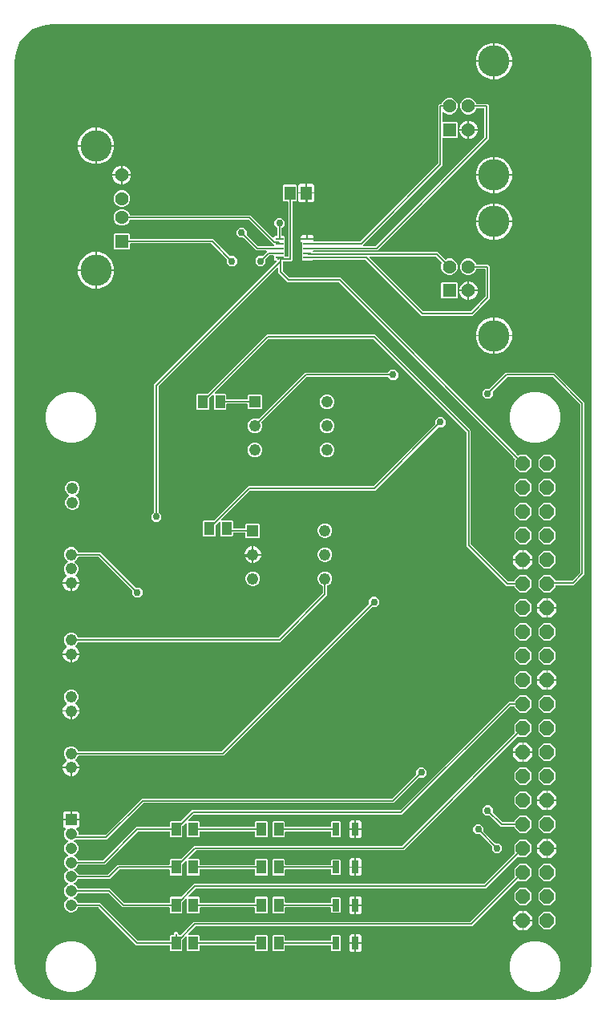
<source format=gbr>
G04 EAGLE Gerber RS-274X export*
G75*
%MOMM*%
%FSLAX34Y34*%
%LPD*%
%INTop Copper*%
%IPPOS*%
%AMOC8*
5,1,8,0,0,1.08239X$1,22.5*%
G01*
G04 Define Apertures*
%ADD10R,1.164600X1.465300*%
%ADD11R,0.761800X1.361800*%
%ADD12P,1.64956X8X292.5*%
%ADD13R,1.241000X1.241000*%
%ADD14C,1.241000*%
%ADD15R,1.031200X1.420200*%
%ADD16R,0.850000X0.280000*%
%ADD17C,3.316000*%
%ADD18C,1.428000*%
%ADD19R,1.428000X1.428000*%
%ADD20C,1.244600*%
%ADD21R,1.208000X1.208000*%
%ADD22C,1.208000*%
%ADD23C,0.152400*%
%ADD24C,0.756400*%
G36*
X580199Y10167D02*
X580100Y10160D01*
X50000Y10160D01*
X49901Y10167D01*
X39786Y11498D01*
X39594Y11550D01*
X30169Y15453D01*
X29997Y15553D01*
X21904Y21763D01*
X21763Y21904D01*
X15553Y29997D01*
X15453Y30169D01*
X11550Y39594D01*
X11498Y39786D01*
X10167Y49901D01*
X10160Y50000D01*
X10160Y1000400D01*
X10167Y1000499D01*
X11498Y1010614D01*
X11550Y1010806D01*
X15453Y1020231D01*
X15553Y1020403D01*
X21763Y1028496D01*
X21904Y1028637D01*
X29997Y1034847D01*
X30169Y1034947D01*
X39594Y1038850D01*
X39786Y1038902D01*
X49901Y1040233D01*
X50000Y1040240D01*
X580100Y1040240D01*
X580199Y1040233D01*
X590314Y1038902D01*
X590506Y1038850D01*
X599931Y1034947D01*
X600103Y1034847D01*
X608196Y1028637D01*
X608337Y1028496D01*
X614547Y1020403D01*
X614647Y1020231D01*
X618550Y1010806D01*
X618602Y1010614D01*
X619933Y1000499D01*
X619940Y1000400D01*
X619940Y50000D01*
X619933Y49901D01*
X618602Y39786D01*
X618550Y39594D01*
X614647Y30169D01*
X614547Y29997D01*
X608337Y21904D01*
X608196Y21763D01*
X600103Y15553D01*
X599931Y15453D01*
X590506Y11550D01*
X590314Y11498D01*
X580199Y10167D01*
G37*
%LPC*%
G36*
X497520Y1001922D02*
X515878Y1001922D01*
X515878Y1020280D01*
X512837Y1020280D01*
X505809Y1017369D01*
X500431Y1011991D01*
X497520Y1004963D01*
X497520Y1001922D01*
G37*
G36*
X517402Y1001922D02*
X535760Y1001922D01*
X535760Y1004963D01*
X532849Y1011991D01*
X527471Y1017369D01*
X520443Y1020280D01*
X517402Y1020280D01*
X517402Y1001922D01*
G37*
G36*
X517402Y982040D02*
X520443Y982040D01*
X527471Y984951D01*
X532849Y990329D01*
X535760Y997357D01*
X535760Y1000398D01*
X517402Y1000398D01*
X517402Y982040D01*
G37*
G36*
X512837Y982040D02*
X515878Y982040D01*
X515878Y1000398D01*
X497520Y1000398D01*
X497520Y997357D01*
X500431Y990329D01*
X505809Y984951D01*
X512837Y982040D01*
G37*
G36*
X440029Y732188D02*
X494180Y732188D01*
X512286Y750294D01*
X512286Y784847D01*
X510947Y786186D01*
X498480Y786186D01*
X498200Y786239D01*
X497946Y786405D01*
X497776Y786656D01*
X496885Y788808D01*
X494448Y791245D01*
X491263Y792564D01*
X487817Y792564D01*
X484632Y791245D01*
X482195Y788808D01*
X480876Y785623D01*
X480876Y782177D01*
X482195Y778992D01*
X484632Y776555D01*
X487817Y775236D01*
X491263Y775236D01*
X494448Y776555D01*
X496885Y778992D01*
X497776Y781144D01*
X497933Y781382D01*
X498183Y781554D01*
X498480Y781614D01*
X506952Y781614D01*
X507227Y781563D01*
X507482Y781399D01*
X507654Y781149D01*
X507714Y780852D01*
X507714Y752503D01*
X507658Y752217D01*
X507491Y751964D01*
X492510Y736983D01*
X492268Y736820D01*
X491971Y736760D01*
X442239Y736760D01*
X441953Y736816D01*
X441700Y736983D01*
X385184Y793499D01*
X385031Y793719D01*
X384961Y794014D01*
X385012Y794313D01*
X385175Y794568D01*
X385425Y794740D01*
X385723Y794800D01*
X455091Y794800D01*
X455377Y794744D01*
X455630Y794577D01*
X461602Y788605D01*
X461762Y788369D01*
X461825Y788072D01*
X461767Y787775D01*
X460876Y785623D01*
X460876Y782177D01*
X462195Y778992D01*
X464632Y776555D01*
X467817Y775236D01*
X471263Y775236D01*
X474448Y776555D01*
X476885Y778992D01*
X478204Y782177D01*
X478204Y785623D01*
X476885Y788808D01*
X474448Y791245D01*
X471263Y792564D01*
X467817Y792564D01*
X465665Y791673D01*
X465386Y791615D01*
X465088Y791671D01*
X464835Y791838D01*
X457301Y799372D01*
X326086Y799372D01*
X325811Y799423D01*
X325556Y799587D01*
X325384Y799837D01*
X325324Y800134D01*
X325324Y800352D01*
X325375Y800627D01*
X325539Y800882D01*
X325789Y801054D01*
X326086Y801114D01*
X393546Y801114D01*
X511252Y918820D01*
X511252Y954407D01*
X509913Y955746D01*
X498480Y955746D01*
X498200Y955799D01*
X497946Y955965D01*
X497776Y956216D01*
X496885Y958368D01*
X494448Y960805D01*
X491263Y962124D01*
X487817Y962124D01*
X484632Y960805D01*
X482195Y958368D01*
X480876Y955183D01*
X480876Y951737D01*
X482195Y948552D01*
X484632Y946115D01*
X487817Y944796D01*
X491263Y944796D01*
X494448Y946115D01*
X496885Y948552D01*
X497776Y950704D01*
X497933Y950942D01*
X498183Y951114D01*
X498480Y951174D01*
X505918Y951174D01*
X506193Y951123D01*
X506448Y950959D01*
X506620Y950709D01*
X506680Y950412D01*
X506680Y921029D01*
X506624Y920743D01*
X506457Y920490D01*
X391876Y805909D01*
X391634Y805746D01*
X391337Y805686D01*
X379031Y805686D01*
X378767Y805733D01*
X378509Y805892D01*
X378334Y806140D01*
X378269Y806436D01*
X378324Y806734D01*
X378492Y806987D01*
X462400Y890895D01*
X462400Y919034D01*
X462451Y919309D01*
X462615Y919564D01*
X462865Y919736D01*
X463162Y919796D01*
X477311Y919796D01*
X478204Y920689D01*
X478204Y936231D01*
X477311Y937124D01*
X463162Y937124D01*
X462887Y937175D01*
X462632Y937339D01*
X462460Y937589D01*
X462400Y937886D01*
X462400Y946508D01*
X462447Y946771D01*
X462606Y947029D01*
X462854Y947204D01*
X463150Y947270D01*
X463448Y947214D01*
X463701Y947046D01*
X464632Y946115D01*
X467817Y944796D01*
X471263Y944796D01*
X474448Y946115D01*
X476885Y948552D01*
X478204Y951737D01*
X478204Y955183D01*
X476885Y958368D01*
X474448Y960805D01*
X471263Y962124D01*
X467817Y962124D01*
X464632Y960805D01*
X462195Y958368D01*
X461304Y956216D01*
X461147Y955978D01*
X460897Y955806D01*
X460600Y955746D01*
X459167Y955746D01*
X457828Y954407D01*
X457828Y893105D01*
X457772Y892819D01*
X457605Y892566D01*
X375948Y810909D01*
X375707Y810746D01*
X375409Y810686D01*
X327102Y810686D01*
X326827Y810737D01*
X326572Y810901D01*
X326400Y811151D01*
X326340Y811448D01*
X326340Y812638D01*
X312760Y812638D01*
X312760Y810948D01*
X313553Y810155D01*
X313716Y809914D01*
X313776Y809616D01*
X313776Y806337D01*
X313864Y806208D01*
X313929Y805912D01*
X313873Y805614D01*
X313776Y805467D01*
X313776Y801337D01*
X313864Y801208D01*
X313929Y800912D01*
X313873Y800614D01*
X313776Y800467D01*
X313776Y796337D01*
X313864Y796208D01*
X313929Y795912D01*
X313873Y795614D01*
X313776Y795467D01*
X313776Y791369D01*
X314669Y790476D01*
X324431Y790476D01*
X324846Y790891D01*
X325088Y791054D01*
X325385Y791114D01*
X380787Y791114D01*
X381073Y791058D01*
X381326Y790891D01*
X440029Y732188D01*
G37*
G36*
X479860Y929222D02*
X488778Y929222D01*
X488778Y938140D01*
X487615Y938140D01*
X484057Y936666D01*
X481334Y933943D01*
X479860Y930385D01*
X479860Y929222D01*
G37*
G36*
X490302Y929222D02*
X499220Y929222D01*
X499220Y930385D01*
X497746Y933943D01*
X495023Y936666D01*
X491465Y938140D01*
X490302Y938140D01*
X490302Y929222D01*
G37*
G36*
X77240Y912422D02*
X95598Y912422D01*
X95598Y930780D01*
X92557Y930780D01*
X85529Y927869D01*
X80151Y922491D01*
X77240Y915463D01*
X77240Y912422D01*
G37*
G36*
X97122Y912422D02*
X115480Y912422D01*
X115480Y915463D01*
X112569Y922491D01*
X107191Y927869D01*
X100163Y930780D01*
X97122Y930780D01*
X97122Y912422D01*
G37*
G36*
X487615Y918780D02*
X488778Y918780D01*
X488778Y927698D01*
X479860Y927698D01*
X479860Y926535D01*
X481334Y922977D01*
X484057Y920254D01*
X487615Y918780D01*
G37*
G36*
X490302Y918780D02*
X491465Y918780D01*
X495023Y920254D01*
X497746Y922977D01*
X499220Y926535D01*
X499220Y927698D01*
X490302Y927698D01*
X490302Y918780D01*
G37*
G36*
X92557Y892540D02*
X95598Y892540D01*
X95598Y910898D01*
X77240Y910898D01*
X77240Y907857D01*
X80151Y900829D01*
X85529Y895451D01*
X92557Y892540D01*
G37*
G36*
X97122Y892540D02*
X100163Y892540D01*
X107191Y895451D01*
X112569Y900829D01*
X115480Y907857D01*
X115480Y910898D01*
X97122Y910898D01*
X97122Y892540D01*
G37*
G36*
X517402Y881522D02*
X535760Y881522D01*
X535760Y884563D01*
X532849Y891591D01*
X527471Y896969D01*
X520443Y899880D01*
X517402Y899880D01*
X517402Y881522D01*
G37*
G36*
X497520Y881522D02*
X515878Y881522D01*
X515878Y899880D01*
X512837Y899880D01*
X505809Y896969D01*
X500431Y891591D01*
X497520Y884563D01*
X497520Y881522D01*
G37*
G36*
X124222Y881722D02*
X133140Y881722D01*
X133140Y882885D01*
X131666Y886443D01*
X128943Y889166D01*
X125385Y890640D01*
X124222Y890640D01*
X124222Y881722D01*
G37*
G36*
X113780Y881722D02*
X122698Y881722D01*
X122698Y890640D01*
X121535Y890640D01*
X117977Y889166D01*
X115254Y886443D01*
X113780Y882885D01*
X113780Y881722D01*
G37*
G36*
X124222Y871280D02*
X125385Y871280D01*
X128943Y872754D01*
X131666Y875477D01*
X133140Y879035D01*
X133140Y880198D01*
X124222Y880198D01*
X124222Y871280D01*
G37*
G36*
X121535Y871280D02*
X122698Y871280D01*
X122698Y880198D01*
X113780Y880198D01*
X113780Y879035D01*
X115254Y875477D01*
X117977Y872754D01*
X121535Y871280D01*
G37*
G36*
X517402Y861640D02*
X520443Y861640D01*
X527471Y864551D01*
X532849Y869929D01*
X535760Y876957D01*
X535760Y879998D01*
X517402Y879998D01*
X517402Y861640D01*
G37*
G36*
X512837Y861640D02*
X515878Y861640D01*
X515878Y879998D01*
X497520Y879998D01*
X497520Y876957D01*
X500431Y869929D01*
X505809Y864551D01*
X512837Y861640D01*
G37*
G36*
X310191Y862662D02*
X317792Y862662D01*
X317792Y871767D01*
X311679Y871767D01*
X310191Y870279D01*
X310191Y862662D01*
G37*
G36*
X319316Y862662D02*
X326917Y862662D01*
X326917Y870279D01*
X325429Y871767D01*
X319316Y871767D01*
X319316Y862662D01*
G37*
G36*
X157802Y514694D02*
X162198Y514694D01*
X165306Y517802D01*
X165306Y522198D01*
X162509Y524995D01*
X162346Y525236D01*
X162286Y525533D01*
X162286Y657501D01*
X162342Y657787D01*
X162509Y658040D01*
X287649Y783180D01*
X287869Y783333D01*
X288164Y783403D01*
X288463Y783352D01*
X288718Y783189D01*
X288890Y782939D01*
X288950Y782641D01*
X288950Y777817D01*
X299053Y767714D01*
X352337Y767714D01*
X352623Y767658D01*
X352876Y767491D01*
X538679Y581688D01*
X538837Y581458D01*
X538902Y581162D01*
X538846Y580863D01*
X538679Y580611D01*
X538156Y580088D01*
X538156Y572512D01*
X543512Y567156D01*
X551088Y567156D01*
X556444Y572512D01*
X556444Y580088D01*
X551088Y585444D01*
X543512Y585444D01*
X542990Y584921D01*
X542759Y584763D01*
X542463Y584698D01*
X542165Y584754D01*
X541912Y584921D01*
X354547Y772286D01*
X301263Y772286D01*
X300977Y772342D01*
X300724Y772509D01*
X293745Y779488D01*
X293582Y779729D01*
X293522Y780027D01*
X293522Y789166D01*
X293573Y789441D01*
X293737Y789696D01*
X293987Y789868D01*
X294284Y789928D01*
X302533Y789928D01*
X303872Y791267D01*
X303872Y852288D01*
X303923Y852562D01*
X304087Y852818D01*
X304337Y852989D01*
X304634Y853050D01*
X307500Y853050D01*
X308393Y853942D01*
X308393Y869858D01*
X307500Y870751D01*
X294592Y870751D01*
X293699Y869858D01*
X293699Y853942D01*
X294592Y853050D01*
X298538Y853050D01*
X298813Y852998D01*
X299068Y852835D01*
X299240Y852585D01*
X299300Y852288D01*
X299300Y795262D01*
X299249Y794987D01*
X299085Y794732D01*
X298835Y794560D01*
X298538Y794500D01*
X296586Y794500D01*
X296311Y794551D01*
X296056Y794715D01*
X295884Y794965D01*
X295824Y795262D01*
X295824Y795463D01*
X295736Y795592D01*
X295671Y795888D01*
X295727Y796186D01*
X295824Y796333D01*
X295824Y800463D01*
X295736Y800592D01*
X295671Y800888D01*
X295727Y801186D01*
X295824Y801333D01*
X295824Y805463D01*
X295736Y805592D01*
X295671Y805888D01*
X295727Y806186D01*
X295824Y806333D01*
X295824Y810463D01*
X295736Y810592D01*
X295671Y810888D01*
X295727Y811186D01*
X295824Y811333D01*
X295824Y815431D01*
X294931Y816324D01*
X293098Y816324D01*
X292823Y816375D01*
X292568Y816539D01*
X292396Y816789D01*
X292336Y817086D01*
X292336Y824517D01*
X292392Y824803D01*
X292559Y825055D01*
X295306Y827802D01*
X295306Y832198D01*
X292198Y835306D01*
X287802Y835306D01*
X284694Y832198D01*
X284694Y827802D01*
X287541Y824955D01*
X287704Y824714D01*
X287764Y824417D01*
X287764Y817086D01*
X287713Y816811D01*
X287549Y816556D01*
X287299Y816384D01*
X287002Y816324D01*
X285169Y816324D01*
X284276Y815431D01*
X284276Y815364D01*
X284229Y815100D01*
X284070Y814842D01*
X283822Y814667D01*
X283526Y814602D01*
X283228Y814657D01*
X282975Y814825D01*
X259554Y838246D01*
X132400Y838246D01*
X132120Y838299D01*
X131866Y838465D01*
X131696Y838716D01*
X130805Y840868D01*
X128368Y843305D01*
X125183Y844624D01*
X121737Y844624D01*
X118552Y843305D01*
X116115Y840868D01*
X114796Y837683D01*
X114796Y834237D01*
X116115Y831052D01*
X118552Y828615D01*
X121737Y827296D01*
X125183Y827296D01*
X128368Y828615D01*
X130805Y831052D01*
X131696Y833204D01*
X131853Y833442D01*
X132103Y833614D01*
X132400Y833674D01*
X257345Y833674D01*
X257631Y833618D01*
X257883Y833451D01*
X284053Y807281D01*
X284216Y807040D01*
X284276Y806743D01*
X284276Y806448D01*
X284225Y806173D01*
X284061Y805918D01*
X283811Y805746D01*
X283514Y805686D01*
X267863Y805686D01*
X267577Y805742D01*
X267324Y805909D01*
X255529Y817704D01*
X255366Y817945D01*
X255306Y818243D01*
X255306Y822090D01*
X252198Y825198D01*
X247802Y825198D01*
X244694Y822090D01*
X244694Y817694D01*
X247802Y814586D01*
X251865Y814586D01*
X252151Y814530D01*
X252404Y814363D01*
X265653Y801114D01*
X276041Y801114D01*
X276305Y801067D01*
X276563Y800908D01*
X276738Y800660D01*
X276803Y800364D01*
X276748Y800066D01*
X276580Y799813D01*
X272296Y795529D01*
X272055Y795366D01*
X271757Y795306D01*
X267802Y795306D01*
X264694Y792198D01*
X264694Y787802D01*
X267802Y784694D01*
X272198Y784694D01*
X275306Y787802D01*
X275306Y791757D01*
X275362Y792043D01*
X275529Y792296D01*
X279124Y795891D01*
X279365Y796054D01*
X279663Y796114D01*
X283514Y796114D01*
X283789Y796063D01*
X284044Y795899D01*
X284216Y795649D01*
X284276Y795352D01*
X284276Y791369D01*
X285169Y790476D01*
X286639Y790476D01*
X286903Y790429D01*
X287161Y790270D01*
X287336Y790022D01*
X287401Y789726D01*
X287346Y789428D01*
X287178Y789175D01*
X157714Y659711D01*
X157714Y525533D01*
X157658Y525247D01*
X157491Y524995D01*
X154694Y522198D01*
X154694Y517802D01*
X157802Y514694D01*
G37*
G36*
X121737Y847296D02*
X125183Y847296D01*
X128368Y848615D01*
X130805Y851052D01*
X132124Y854237D01*
X132124Y857683D01*
X130805Y860868D01*
X128368Y863305D01*
X125183Y864624D01*
X121737Y864624D01*
X118552Y863305D01*
X116115Y860868D01*
X114796Y857683D01*
X114796Y854237D01*
X116115Y851052D01*
X118552Y848615D01*
X121737Y847296D01*
G37*
G36*
X319316Y852034D02*
X325429Y852034D01*
X326917Y853521D01*
X326917Y861138D01*
X319316Y861138D01*
X319316Y852034D01*
G37*
G36*
X311679Y852034D02*
X317792Y852034D01*
X317792Y861138D01*
X310191Y861138D01*
X310191Y853521D01*
X311679Y852034D01*
G37*
G36*
X517402Y832362D02*
X535760Y832362D01*
X535760Y835403D01*
X532849Y842431D01*
X527471Y847809D01*
X520443Y850720D01*
X517402Y850720D01*
X517402Y832362D01*
G37*
G36*
X497520Y832362D02*
X515878Y832362D01*
X515878Y850720D01*
X512837Y850720D01*
X505809Y847809D01*
X500431Y842431D01*
X497520Y835403D01*
X497520Y832362D01*
G37*
G36*
X512837Y812480D02*
X515878Y812480D01*
X515878Y830838D01*
X497520Y830838D01*
X497520Y827797D01*
X500431Y820769D01*
X505809Y815391D01*
X512837Y812480D01*
G37*
G36*
X517402Y812480D02*
X520443Y812480D01*
X527471Y815391D01*
X532849Y820769D01*
X535760Y827797D01*
X535760Y830838D01*
X517402Y830838D01*
X517402Y812480D01*
G37*
G36*
X237802Y784694D02*
X242198Y784694D01*
X245306Y787802D01*
X245306Y792198D01*
X242198Y795306D01*
X238243Y795306D01*
X237957Y795362D01*
X237704Y795529D01*
X219987Y813246D01*
X132886Y813246D01*
X132611Y813297D01*
X132356Y813461D01*
X132184Y813711D01*
X132124Y814008D01*
X132124Y818731D01*
X131231Y819624D01*
X115689Y819624D01*
X114796Y818731D01*
X114796Y803189D01*
X115689Y802296D01*
X131231Y802296D01*
X132124Y803189D01*
X132124Y807912D01*
X132175Y808187D01*
X132339Y808442D01*
X132589Y808614D01*
X132886Y808674D01*
X217777Y808674D01*
X218063Y808618D01*
X218316Y808451D01*
X234471Y792296D01*
X234634Y792055D01*
X234694Y791757D01*
X234694Y787802D01*
X237802Y784694D01*
G37*
G36*
X320312Y814162D02*
X326340Y814162D01*
X326340Y815852D01*
X324852Y817340D01*
X320312Y817340D01*
X320312Y814162D01*
G37*
G36*
X312760Y814162D02*
X318788Y814162D01*
X318788Y817340D01*
X314248Y817340D01*
X312760Y815852D01*
X312760Y814162D01*
G37*
G36*
X77240Y781022D02*
X95598Y781022D01*
X95598Y799380D01*
X92557Y799380D01*
X85529Y796469D01*
X80151Y791091D01*
X77240Y784063D01*
X77240Y781022D01*
G37*
G36*
X97122Y781022D02*
X115480Y781022D01*
X115480Y784063D01*
X112569Y791091D01*
X107191Y796469D01*
X100163Y799380D01*
X97122Y799380D01*
X97122Y781022D01*
G37*
G36*
X92557Y761140D02*
X95598Y761140D01*
X95598Y779498D01*
X77240Y779498D01*
X77240Y776457D01*
X80151Y769429D01*
X85529Y764051D01*
X92557Y761140D01*
G37*
G36*
X97122Y761140D02*
X100163Y761140D01*
X107191Y764051D01*
X112569Y769429D01*
X115480Y776457D01*
X115480Y779498D01*
X97122Y779498D01*
X97122Y761140D01*
G37*
G36*
X479860Y759662D02*
X488778Y759662D01*
X488778Y768580D01*
X487615Y768580D01*
X484057Y767106D01*
X481334Y764383D01*
X479860Y760825D01*
X479860Y759662D01*
G37*
G36*
X490302Y759662D02*
X499220Y759662D01*
X499220Y760825D01*
X497746Y764383D01*
X495023Y767106D01*
X491465Y768580D01*
X490302Y768580D01*
X490302Y759662D01*
G37*
G36*
X461769Y750236D02*
X477311Y750236D01*
X478204Y751129D01*
X478204Y766671D01*
X477311Y767564D01*
X461769Y767564D01*
X460876Y766671D01*
X460876Y751129D01*
X461769Y750236D01*
G37*
G36*
X490302Y749220D02*
X491465Y749220D01*
X495023Y750694D01*
X497746Y753417D01*
X499220Y756975D01*
X499220Y758138D01*
X490302Y758138D01*
X490302Y749220D01*
G37*
G36*
X487615Y749220D02*
X488778Y749220D01*
X488778Y758138D01*
X479860Y758138D01*
X479860Y756975D01*
X481334Y753417D01*
X484057Y750694D01*
X487615Y749220D01*
G37*
G36*
X497520Y711962D02*
X515878Y711962D01*
X515878Y730320D01*
X512837Y730320D01*
X505809Y727409D01*
X500431Y722031D01*
X497520Y715003D01*
X497520Y711962D01*
G37*
G36*
X517402Y711962D02*
X535760Y711962D01*
X535760Y715003D01*
X532849Y722031D01*
X527471Y727409D01*
X520443Y730320D01*
X517402Y730320D01*
X517402Y711962D01*
G37*
G36*
X543512Y440156D02*
X551088Y440156D01*
X556444Y445512D01*
X556444Y453088D01*
X551088Y458444D01*
X543512Y458444D01*
X538156Y453088D01*
X538156Y452348D01*
X538105Y452073D01*
X537941Y451818D01*
X537691Y451646D01*
X537394Y451586D01*
X531963Y451586D01*
X531677Y451642D01*
X531424Y451809D01*
X492509Y490724D01*
X492346Y490965D01*
X492286Y491263D01*
X492286Y610947D01*
X390947Y712286D01*
X276458Y712286D01*
X214620Y650448D01*
X214379Y650285D01*
X214081Y650225D01*
X203218Y650225D01*
X202325Y649332D01*
X202325Y633868D01*
X203218Y632975D01*
X214792Y632975D01*
X215685Y633868D01*
X215685Y644731D01*
X215741Y645017D01*
X215908Y645270D01*
X219414Y648776D01*
X219634Y648929D01*
X219929Y648999D01*
X220228Y648948D01*
X220483Y648785D01*
X220655Y648535D01*
X220715Y648237D01*
X220715Y633868D01*
X221608Y632975D01*
X233182Y632975D01*
X234075Y633868D01*
X234075Y638552D01*
X234126Y638827D01*
X234290Y639082D01*
X234540Y639254D01*
X234837Y639314D01*
X255709Y639314D01*
X255984Y639263D01*
X256239Y639099D01*
X256411Y638849D01*
X256471Y638552D01*
X256471Y634764D01*
X257364Y633871D01*
X271036Y633871D01*
X271929Y634764D01*
X271929Y648436D01*
X271036Y649329D01*
X257364Y649329D01*
X256471Y648436D01*
X256471Y644648D01*
X256420Y644373D01*
X256256Y644118D01*
X256006Y643946D01*
X255709Y643886D01*
X234837Y643886D01*
X234562Y643937D01*
X234307Y644101D01*
X234135Y644351D01*
X234075Y644648D01*
X234075Y649332D01*
X233182Y650225D01*
X222703Y650225D01*
X222439Y650272D01*
X222181Y650431D01*
X222006Y650679D01*
X221941Y650975D01*
X221996Y651273D01*
X222164Y651526D01*
X278129Y707491D01*
X278370Y707654D01*
X278668Y707714D01*
X388737Y707714D01*
X389023Y707658D01*
X389276Y707491D01*
X487491Y609276D01*
X487654Y609035D01*
X487714Y608737D01*
X487714Y489053D01*
X529753Y447014D01*
X537394Y447014D01*
X537669Y446963D01*
X537924Y446799D01*
X538096Y446549D01*
X538156Y446252D01*
X538156Y445512D01*
X543512Y440156D01*
G37*
G36*
X517402Y692080D02*
X520443Y692080D01*
X527471Y694991D01*
X532849Y700369D01*
X535760Y707397D01*
X535760Y710438D01*
X517402Y710438D01*
X517402Y692080D01*
G37*
G36*
X512837Y692080D02*
X515878Y692080D01*
X515878Y710438D01*
X497520Y710438D01*
X497520Y707397D01*
X500431Y700369D01*
X505809Y694991D01*
X512837Y692080D01*
G37*
G36*
X262663Y608471D02*
X265737Y608471D01*
X268578Y609648D01*
X270752Y611822D01*
X271929Y614663D01*
X271929Y617737D01*
X271257Y619359D01*
X271199Y619639D01*
X271255Y619937D01*
X271422Y620190D01*
X318724Y667491D01*
X318965Y667654D01*
X319263Y667714D01*
X404467Y667714D01*
X404753Y667658D01*
X405005Y667491D01*
X407802Y664694D01*
X412198Y664694D01*
X415306Y667802D01*
X415306Y672198D01*
X412198Y675306D01*
X407802Y675306D01*
X405005Y672509D01*
X404764Y672346D01*
X404467Y672286D01*
X317053Y672286D01*
X268190Y623422D01*
X267954Y623262D01*
X267657Y623199D01*
X267359Y623257D01*
X265737Y623929D01*
X262663Y623929D01*
X259822Y622752D01*
X257648Y620578D01*
X256471Y617737D01*
X256471Y614663D01*
X257648Y611822D01*
X259822Y609648D01*
X262663Y608471D01*
G37*
G36*
X568912Y440156D02*
X576488Y440156D01*
X581844Y445512D01*
X581844Y446952D01*
X581895Y447227D01*
X582059Y447482D01*
X582309Y447654D01*
X582606Y447714D01*
X600947Y447714D01*
X612286Y459053D01*
X612286Y640947D01*
X580947Y672286D01*
X529053Y672286D01*
X512296Y655529D01*
X512055Y655366D01*
X511757Y655306D01*
X507802Y655306D01*
X504694Y652198D01*
X504694Y647802D01*
X507802Y644694D01*
X512198Y644694D01*
X515306Y647802D01*
X515306Y651757D01*
X515362Y652043D01*
X515529Y652296D01*
X530724Y667491D01*
X530965Y667654D01*
X531263Y667714D01*
X578737Y667714D01*
X579023Y667658D01*
X579276Y667491D01*
X607491Y639276D01*
X607654Y639035D01*
X607714Y638737D01*
X607714Y461263D01*
X607658Y460977D01*
X607491Y460724D01*
X599276Y452509D01*
X599035Y452346D01*
X598737Y452286D01*
X582606Y452286D01*
X582331Y452337D01*
X582076Y452501D01*
X581904Y452751D01*
X581844Y453048D01*
X581844Y453088D01*
X576488Y458444D01*
X568912Y458444D01*
X563556Y453088D01*
X563556Y445512D01*
X568912Y440156D01*
G37*
G36*
X66489Y598330D02*
X73511Y598330D01*
X80294Y600148D01*
X86376Y603659D01*
X91341Y608624D01*
X94853Y614706D01*
X96670Y621489D01*
X96670Y628511D01*
X94853Y635294D01*
X91341Y641376D01*
X86376Y646341D01*
X80294Y649853D01*
X73511Y651670D01*
X66489Y651670D01*
X59706Y649853D01*
X53624Y646341D01*
X48659Y641376D01*
X45148Y635294D01*
X43330Y628511D01*
X43330Y621489D01*
X45148Y614706D01*
X48659Y608624D01*
X53624Y603659D01*
X59706Y600148D01*
X66489Y598330D01*
G37*
G36*
X556489Y598330D02*
X563511Y598330D01*
X570294Y600148D01*
X576376Y603659D01*
X581341Y608624D01*
X584853Y614706D01*
X586670Y621489D01*
X586670Y628511D01*
X584853Y635294D01*
X581341Y641376D01*
X576376Y646341D01*
X570294Y649853D01*
X563511Y651670D01*
X556489Y651670D01*
X549706Y649853D01*
X543624Y646341D01*
X538659Y641376D01*
X535148Y635294D01*
X533330Y628511D01*
X533330Y621489D01*
X535148Y614706D01*
X538659Y608624D01*
X543624Y603659D01*
X549706Y600148D01*
X556489Y598330D01*
G37*
G36*
X338863Y633871D02*
X341937Y633871D01*
X344778Y635048D01*
X346952Y637222D01*
X348129Y640063D01*
X348129Y643137D01*
X346952Y645978D01*
X344778Y648152D01*
X341937Y649329D01*
X338863Y649329D01*
X336022Y648152D01*
X333848Y645978D01*
X332671Y643137D01*
X332671Y640063D01*
X333848Y637222D01*
X336022Y635048D01*
X338863Y633871D01*
G37*
G36*
X255064Y497671D02*
X268736Y497671D01*
X269629Y498564D01*
X269629Y512236D01*
X268736Y513129D01*
X255064Y513129D01*
X254171Y512236D01*
X254171Y508448D01*
X254120Y508173D01*
X253956Y507918D01*
X253706Y507746D01*
X253409Y507686D01*
X241637Y507686D01*
X241362Y507737D01*
X241107Y507901D01*
X240935Y508151D01*
X240875Y508448D01*
X240875Y515232D01*
X239982Y516125D01*
X229503Y516125D01*
X229239Y516172D01*
X228981Y516331D01*
X228806Y516579D01*
X228741Y516875D01*
X228796Y517173D01*
X228964Y517426D01*
X259029Y547491D01*
X259270Y547654D01*
X259568Y547714D01*
X390947Y547714D01*
X457704Y614471D01*
X457945Y614634D01*
X458243Y614694D01*
X462198Y614694D01*
X465306Y617802D01*
X465306Y622198D01*
X462198Y625306D01*
X457802Y625306D01*
X454694Y622198D01*
X454694Y618243D01*
X454638Y617957D01*
X454471Y617704D01*
X389276Y552509D01*
X389035Y552346D01*
X388737Y552286D01*
X257358Y552286D01*
X221420Y516348D01*
X221179Y516185D01*
X220881Y516125D01*
X210018Y516125D01*
X209125Y515232D01*
X209125Y499768D01*
X210018Y498875D01*
X221592Y498875D01*
X222485Y499768D01*
X222485Y510631D01*
X222541Y510917D01*
X222708Y511170D01*
X226214Y514676D01*
X226434Y514829D01*
X226729Y514899D01*
X227028Y514848D01*
X227283Y514685D01*
X227455Y514435D01*
X227515Y514137D01*
X227515Y499768D01*
X228408Y498875D01*
X239982Y498875D01*
X240875Y499768D01*
X240875Y502352D01*
X240926Y502627D01*
X241090Y502882D01*
X241340Y503054D01*
X241637Y503114D01*
X253409Y503114D01*
X253684Y503063D01*
X253939Y502899D01*
X254111Y502649D01*
X254171Y502352D01*
X254171Y498564D01*
X255064Y497671D01*
G37*
G36*
X338863Y608471D02*
X341937Y608471D01*
X344778Y609648D01*
X346952Y611822D01*
X348129Y614663D01*
X348129Y617737D01*
X346952Y620578D01*
X344778Y622752D01*
X341937Y623929D01*
X338863Y623929D01*
X336022Y622752D01*
X333848Y620578D01*
X332671Y617737D01*
X332671Y614663D01*
X333848Y611822D01*
X336022Y609648D01*
X338863Y608471D01*
G37*
G36*
X338863Y583071D02*
X341937Y583071D01*
X344778Y584248D01*
X346952Y586422D01*
X348129Y589263D01*
X348129Y592337D01*
X346952Y595178D01*
X344778Y597352D01*
X341937Y598529D01*
X338863Y598529D01*
X336022Y597352D01*
X333848Y595178D01*
X332671Y592337D01*
X332671Y589263D01*
X333848Y586422D01*
X336022Y584248D01*
X338863Y583071D01*
G37*
G36*
X262663Y583071D02*
X265737Y583071D01*
X268578Y584248D01*
X270752Y586422D01*
X271929Y589263D01*
X271929Y592337D01*
X270752Y595178D01*
X268578Y597352D01*
X265737Y598529D01*
X262663Y598529D01*
X259822Y597352D01*
X257648Y595178D01*
X256471Y592337D01*
X256471Y589263D01*
X257648Y586422D01*
X259822Y584248D01*
X262663Y583071D01*
G37*
G36*
X568912Y567156D02*
X576488Y567156D01*
X581844Y572512D01*
X581844Y580088D01*
X576488Y585444D01*
X568912Y585444D01*
X563556Y580088D01*
X563556Y572512D01*
X568912Y567156D01*
G37*
G36*
X543512Y541756D02*
X551088Y541756D01*
X556444Y547112D01*
X556444Y554688D01*
X551088Y560044D01*
X543512Y560044D01*
X538156Y554688D01*
X538156Y547112D01*
X543512Y541756D01*
G37*
G36*
X568912Y541756D02*
X576488Y541756D01*
X581844Y547112D01*
X581844Y554688D01*
X576488Y560044D01*
X568912Y560044D01*
X563556Y554688D01*
X563556Y547112D01*
X568912Y541756D01*
G37*
G36*
X69842Y527253D02*
X72924Y527253D01*
X75771Y528432D01*
X77951Y530612D01*
X79130Y533459D01*
X79130Y536541D01*
X77951Y539388D01*
X75771Y541568D01*
X75220Y541796D01*
X74995Y541940D01*
X74817Y542186D01*
X74750Y542482D01*
X74803Y542780D01*
X74968Y543035D01*
X75220Y543204D01*
X75771Y543432D01*
X77951Y545612D01*
X79130Y548459D01*
X79130Y551541D01*
X77951Y554388D01*
X75771Y556568D01*
X72924Y557747D01*
X69842Y557747D01*
X66995Y556568D01*
X64815Y554388D01*
X63636Y551541D01*
X63636Y548459D01*
X64815Y545612D01*
X66995Y543432D01*
X67546Y543204D01*
X67771Y543060D01*
X67949Y542814D01*
X68016Y542518D01*
X67963Y542220D01*
X67798Y541966D01*
X67546Y541796D01*
X66995Y541568D01*
X64815Y539388D01*
X63636Y536541D01*
X63636Y533459D01*
X64815Y530612D01*
X66995Y528432D01*
X69842Y527253D01*
G37*
G36*
X543512Y516356D02*
X551088Y516356D01*
X556444Y521712D01*
X556444Y529288D01*
X551088Y534644D01*
X543512Y534644D01*
X538156Y529288D01*
X538156Y521712D01*
X543512Y516356D01*
G37*
G36*
X568912Y516356D02*
X576488Y516356D01*
X581844Y521712D01*
X581844Y529288D01*
X576488Y534644D01*
X568912Y534644D01*
X563556Y529288D01*
X563556Y521712D01*
X568912Y516356D01*
G37*
G36*
X336563Y497671D02*
X339637Y497671D01*
X342478Y498848D01*
X344652Y501022D01*
X345829Y503863D01*
X345829Y506937D01*
X344652Y509778D01*
X342478Y511952D01*
X339637Y513129D01*
X336563Y513129D01*
X333722Y511952D01*
X331548Y509778D01*
X330371Y506937D01*
X330371Y503863D01*
X331548Y501022D01*
X333722Y498848D01*
X336563Y497671D01*
G37*
G36*
X543512Y490956D02*
X551088Y490956D01*
X556444Y496312D01*
X556444Y503888D01*
X551088Y509244D01*
X543512Y509244D01*
X538156Y503888D01*
X538156Y496312D01*
X543512Y490956D01*
G37*
G36*
X568912Y490956D02*
X576488Y490956D01*
X581844Y496312D01*
X581844Y503888D01*
X576488Y509244D01*
X568912Y509244D01*
X563556Y503888D01*
X563556Y496312D01*
X568912Y490956D01*
G37*
G36*
X253155Y480762D02*
X261138Y480762D01*
X261138Y488745D01*
X260161Y488745D01*
X256946Y487414D01*
X254486Y484954D01*
X253155Y481740D01*
X253155Y480762D01*
G37*
G36*
X262662Y480762D02*
X270645Y480762D01*
X270645Y481740D01*
X269314Y484954D01*
X266854Y487414D01*
X263640Y488745D01*
X262662Y488745D01*
X262662Y480762D01*
G37*
G36*
X137802Y434694D02*
X142198Y434694D01*
X145306Y437802D01*
X145306Y442198D01*
X142198Y445306D01*
X138243Y445306D01*
X137957Y445362D01*
X137704Y445529D01*
X100947Y482286D01*
X77948Y482286D01*
X77667Y482339D01*
X77413Y482505D01*
X77244Y482756D01*
X76568Y484388D01*
X74388Y486568D01*
X71541Y487747D01*
X68459Y487747D01*
X65612Y486568D01*
X63432Y484388D01*
X62253Y481541D01*
X62253Y478459D01*
X63432Y475612D01*
X65612Y473432D01*
X66163Y473204D01*
X66388Y473060D01*
X66566Y472814D01*
X66633Y472518D01*
X66580Y472220D01*
X66415Y471966D01*
X66163Y471796D01*
X65612Y471568D01*
X63432Y469388D01*
X62253Y466541D01*
X62253Y463459D01*
X63432Y460612D01*
X65346Y458698D01*
X65502Y458473D01*
X65569Y458177D01*
X65516Y457879D01*
X65351Y457624D01*
X65099Y457455D01*
X65036Y457429D01*
X62571Y454964D01*
X61237Y451743D01*
X61237Y450762D01*
X78763Y450762D01*
X78763Y451743D01*
X77429Y454964D01*
X74964Y457429D01*
X74901Y457455D01*
X74671Y457603D01*
X74496Y457851D01*
X74431Y458147D01*
X74486Y458445D01*
X74654Y458698D01*
X76568Y460612D01*
X77747Y463459D01*
X77747Y466541D01*
X76568Y469388D01*
X74388Y471568D01*
X73837Y471796D01*
X73612Y471940D01*
X73434Y472186D01*
X73367Y472482D01*
X73420Y472780D01*
X73585Y473035D01*
X73837Y473204D01*
X74388Y473432D01*
X76568Y475612D01*
X77244Y477244D01*
X77400Y477482D01*
X77650Y477654D01*
X77948Y477714D01*
X98737Y477714D01*
X99023Y477658D01*
X99276Y477491D01*
X134471Y442296D01*
X134634Y442055D01*
X134694Y441757D01*
X134694Y437802D01*
X137802Y434694D01*
G37*
G36*
X336563Y472271D02*
X339637Y472271D01*
X342478Y473448D01*
X344652Y475622D01*
X345829Y478463D01*
X345829Y481537D01*
X344652Y484378D01*
X342478Y486552D01*
X339637Y487729D01*
X336563Y487729D01*
X333722Y486552D01*
X331548Y484378D01*
X330371Y481537D01*
X330371Y478463D01*
X331548Y475622D01*
X333722Y473448D01*
X336563Y472271D01*
G37*
G36*
X537140Y475462D02*
X546538Y475462D01*
X546538Y484860D01*
X543092Y484860D01*
X537140Y478908D01*
X537140Y475462D01*
G37*
G36*
X548062Y475462D02*
X557460Y475462D01*
X557460Y478908D01*
X551508Y484860D01*
X548062Y484860D01*
X548062Y475462D01*
G37*
G36*
X568912Y465556D02*
X576488Y465556D01*
X581844Y470912D01*
X581844Y478488D01*
X576488Y483844D01*
X568912Y483844D01*
X563556Y478488D01*
X563556Y470912D01*
X568912Y465556D01*
G37*
G36*
X262662Y471255D02*
X263640Y471255D01*
X266854Y472586D01*
X269314Y475046D01*
X270645Y478261D01*
X270645Y479238D01*
X262662Y479238D01*
X262662Y471255D01*
G37*
G36*
X260161Y471255D02*
X261138Y471255D01*
X261138Y479238D01*
X253155Y479238D01*
X253155Y478261D01*
X254486Y475046D01*
X256946Y472586D01*
X260161Y471255D01*
G37*
G36*
X548062Y464540D02*
X551508Y464540D01*
X557460Y470492D01*
X557460Y473938D01*
X548062Y473938D01*
X548062Y464540D01*
G37*
G36*
X543092Y464540D02*
X546538Y464540D01*
X546538Y473938D01*
X537140Y473938D01*
X537140Y470492D01*
X543092Y464540D01*
G37*
G36*
X260363Y446871D02*
X263437Y446871D01*
X266278Y448048D01*
X268452Y450222D01*
X269629Y453063D01*
X269629Y456137D01*
X268452Y458978D01*
X266278Y461152D01*
X263437Y462329D01*
X260363Y462329D01*
X257522Y461152D01*
X255348Y458978D01*
X254171Y456137D01*
X254171Y453063D01*
X255348Y450222D01*
X257522Y448048D01*
X260363Y446871D01*
G37*
G36*
X61237Y375762D02*
X78763Y375762D01*
X78763Y376743D01*
X77429Y379964D01*
X74964Y382429D01*
X74901Y382455D01*
X74671Y382603D01*
X74496Y382851D01*
X74431Y383147D01*
X74486Y383445D01*
X74654Y383698D01*
X76568Y385612D01*
X77244Y387244D01*
X77400Y387482D01*
X77650Y387654D01*
X77948Y387714D01*
X290947Y387714D01*
X340386Y437153D01*
X340386Y446672D01*
X340439Y446952D01*
X340605Y447206D01*
X340856Y447376D01*
X342478Y448048D01*
X344652Y450222D01*
X345829Y453063D01*
X345829Y456137D01*
X344652Y458978D01*
X342478Y461152D01*
X339637Y462329D01*
X336563Y462329D01*
X333722Y461152D01*
X331548Y458978D01*
X330371Y456137D01*
X330371Y453063D01*
X331548Y450222D01*
X333722Y448048D01*
X335344Y447376D01*
X335582Y447219D01*
X335754Y446969D01*
X335814Y446672D01*
X335814Y439363D01*
X335758Y439077D01*
X335591Y438824D01*
X289276Y392509D01*
X289035Y392346D01*
X288737Y392286D01*
X77948Y392286D01*
X77667Y392339D01*
X77413Y392505D01*
X77244Y392756D01*
X76568Y394388D01*
X74388Y396568D01*
X71541Y397747D01*
X68459Y397747D01*
X65612Y396568D01*
X63432Y394388D01*
X62253Y391541D01*
X62253Y388459D01*
X63432Y385612D01*
X65346Y383698D01*
X65502Y383473D01*
X65569Y383177D01*
X65516Y382879D01*
X65351Y382624D01*
X65099Y382455D01*
X65036Y382429D01*
X62571Y379964D01*
X61237Y376743D01*
X61237Y375762D01*
G37*
G36*
X68257Y441237D02*
X69238Y441237D01*
X69238Y449238D01*
X61237Y449238D01*
X61237Y448257D01*
X62571Y445036D01*
X65036Y442571D01*
X68257Y441237D01*
G37*
G36*
X70762Y441237D02*
X71743Y441237D01*
X74964Y442571D01*
X77429Y445036D01*
X78763Y448257D01*
X78763Y449238D01*
X70762Y449238D01*
X70762Y441237D01*
G37*
G36*
X61237Y255762D02*
X78763Y255762D01*
X78763Y256743D01*
X77429Y259964D01*
X74964Y262429D01*
X74901Y262455D01*
X74671Y262603D01*
X74496Y262851D01*
X74431Y263147D01*
X74486Y263445D01*
X74654Y263698D01*
X76568Y265612D01*
X77244Y267244D01*
X77400Y267482D01*
X77650Y267654D01*
X77948Y267714D01*
X230947Y267714D01*
X387704Y424471D01*
X387945Y424634D01*
X388243Y424694D01*
X392198Y424694D01*
X395306Y427802D01*
X395306Y432198D01*
X392198Y435306D01*
X387802Y435306D01*
X384694Y432198D01*
X384694Y428243D01*
X384638Y427957D01*
X384471Y427704D01*
X229276Y272509D01*
X229035Y272346D01*
X228737Y272286D01*
X77948Y272286D01*
X77667Y272339D01*
X77413Y272505D01*
X77244Y272756D01*
X76568Y274388D01*
X74388Y276568D01*
X71541Y277747D01*
X68459Y277747D01*
X65612Y276568D01*
X63432Y274388D01*
X62253Y271541D01*
X62253Y268459D01*
X63432Y265612D01*
X65346Y263698D01*
X65502Y263473D01*
X65569Y263177D01*
X65516Y262879D01*
X65351Y262624D01*
X65099Y262455D01*
X65036Y262429D01*
X62571Y259964D01*
X61237Y256743D01*
X61237Y255762D01*
G37*
G36*
X562540Y424662D02*
X571938Y424662D01*
X571938Y434060D01*
X568492Y434060D01*
X562540Y428108D01*
X562540Y424662D01*
G37*
G36*
X573462Y424662D02*
X582860Y424662D01*
X582860Y428108D01*
X576908Y434060D01*
X573462Y434060D01*
X573462Y424662D01*
G37*
G36*
X543512Y414756D02*
X551088Y414756D01*
X556444Y420112D01*
X556444Y427688D01*
X551088Y433044D01*
X543512Y433044D01*
X538156Y427688D01*
X538156Y420112D01*
X543512Y414756D01*
G37*
G36*
X573462Y413740D02*
X576908Y413740D01*
X582860Y419692D01*
X582860Y423138D01*
X573462Y423138D01*
X573462Y413740D01*
G37*
G36*
X568492Y413740D02*
X571938Y413740D01*
X571938Y423138D01*
X562540Y423138D01*
X562540Y419692D01*
X568492Y413740D01*
G37*
G36*
X568912Y389356D02*
X576488Y389356D01*
X581844Y394712D01*
X581844Y402288D01*
X576488Y407644D01*
X568912Y407644D01*
X563556Y402288D01*
X563556Y394712D01*
X568912Y389356D01*
G37*
G36*
X543512Y389356D02*
X551088Y389356D01*
X556444Y394712D01*
X556444Y402288D01*
X551088Y407644D01*
X543512Y407644D01*
X538156Y402288D01*
X538156Y394712D01*
X543512Y389356D01*
G37*
G36*
X543512Y363956D02*
X551088Y363956D01*
X556444Y369312D01*
X556444Y376888D01*
X551088Y382244D01*
X543512Y382244D01*
X538156Y376888D01*
X538156Y369312D01*
X543512Y363956D01*
G37*
G36*
X568912Y363956D02*
X576488Y363956D01*
X581844Y369312D01*
X581844Y376888D01*
X576488Y382244D01*
X568912Y382244D01*
X563556Y376888D01*
X563556Y369312D01*
X568912Y363956D01*
G37*
G36*
X70762Y366237D02*
X71743Y366237D01*
X74964Y367571D01*
X77429Y370036D01*
X78763Y373257D01*
X78763Y374238D01*
X70762Y374238D01*
X70762Y366237D01*
G37*
G36*
X68257Y366237D02*
X69238Y366237D01*
X69238Y374238D01*
X61237Y374238D01*
X61237Y373257D01*
X62571Y370036D01*
X65036Y367571D01*
X68257Y366237D01*
G37*
G36*
X573462Y348462D02*
X582860Y348462D01*
X582860Y351908D01*
X576908Y357860D01*
X573462Y357860D01*
X573462Y348462D01*
G37*
G36*
X562540Y348462D02*
X571938Y348462D01*
X571938Y357860D01*
X568492Y357860D01*
X562540Y351908D01*
X562540Y348462D01*
G37*
G36*
X543512Y338556D02*
X551088Y338556D01*
X556444Y343912D01*
X556444Y351488D01*
X551088Y356844D01*
X543512Y356844D01*
X538156Y351488D01*
X538156Y343912D01*
X543512Y338556D01*
G37*
G36*
X573462Y337540D02*
X576908Y337540D01*
X582860Y343492D01*
X582860Y346938D01*
X573462Y346938D01*
X573462Y337540D01*
G37*
G36*
X568492Y337540D02*
X571938Y337540D01*
X571938Y346938D01*
X562540Y346938D01*
X562540Y343492D01*
X568492Y337540D01*
G37*
G36*
X61237Y315762D02*
X78763Y315762D01*
X78763Y316743D01*
X77429Y319964D01*
X74964Y322429D01*
X74901Y322455D01*
X74671Y322603D01*
X74496Y322851D01*
X74431Y323147D01*
X74486Y323445D01*
X74654Y323698D01*
X76568Y325612D01*
X77747Y328459D01*
X77747Y331541D01*
X76568Y334388D01*
X74388Y336568D01*
X71541Y337747D01*
X68459Y337747D01*
X65612Y336568D01*
X63432Y334388D01*
X62253Y331541D01*
X62253Y328459D01*
X63432Y325612D01*
X65346Y323698D01*
X65502Y323473D01*
X65569Y323177D01*
X65516Y322879D01*
X65351Y322624D01*
X65099Y322455D01*
X65036Y322429D01*
X62571Y319964D01*
X61237Y316743D01*
X61237Y315762D01*
G37*
G36*
X175018Y61375D02*
X186592Y61375D01*
X187485Y62268D01*
X187485Y73131D01*
X187541Y73417D01*
X187708Y73670D01*
X191214Y77176D01*
X191434Y77329D01*
X191729Y77399D01*
X192028Y77348D01*
X192283Y77185D01*
X192455Y76935D01*
X192515Y76637D01*
X192515Y62268D01*
X193408Y61375D01*
X204982Y61375D01*
X205875Y62268D01*
X205875Y66952D01*
X205926Y67227D01*
X206090Y67482D01*
X206340Y67654D01*
X206637Y67714D01*
X263363Y67714D01*
X263638Y67663D01*
X263893Y67499D01*
X264065Y67249D01*
X264125Y66952D01*
X264125Y62268D01*
X265018Y61375D01*
X276592Y61375D01*
X277485Y62268D01*
X277485Y77732D01*
X276592Y78625D01*
X265018Y78625D01*
X264125Y77732D01*
X264125Y73048D01*
X264074Y72773D01*
X263910Y72518D01*
X263660Y72346D01*
X263363Y72286D01*
X206637Y72286D01*
X206362Y72337D01*
X206107Y72501D01*
X205935Y72751D01*
X205875Y73048D01*
X205875Y77732D01*
X204982Y78625D01*
X194503Y78625D01*
X194239Y78672D01*
X193981Y78831D01*
X193806Y79079D01*
X193741Y79375D01*
X193796Y79673D01*
X193964Y79926D01*
X201529Y87491D01*
X201770Y87654D01*
X202068Y87714D01*
X493747Y87714D01*
X541912Y135879D01*
X542142Y136037D01*
X542439Y136102D01*
X542737Y136046D01*
X542990Y135879D01*
X543512Y135356D01*
X551088Y135356D01*
X556444Y140712D01*
X556444Y148288D01*
X551088Y153644D01*
X543512Y153644D01*
X538156Y148288D01*
X538156Y140712D01*
X538679Y140190D01*
X538837Y139959D01*
X538902Y139663D01*
X538846Y139365D01*
X538679Y139112D01*
X492076Y92509D01*
X491835Y92346D01*
X491537Y92286D01*
X199858Y92286D01*
X186420Y78848D01*
X186179Y78685D01*
X185881Y78625D01*
X183853Y78625D01*
X183578Y78676D01*
X183323Y78840D01*
X183151Y79090D01*
X183091Y79387D01*
X183091Y80142D01*
X181752Y81481D01*
X179858Y81481D01*
X178519Y80142D01*
X178519Y79387D01*
X178468Y79112D01*
X178304Y78857D01*
X178054Y78685D01*
X177757Y78625D01*
X175018Y78625D01*
X174125Y77732D01*
X174125Y73048D01*
X174074Y72773D01*
X173910Y72518D01*
X173660Y72346D01*
X173363Y72286D01*
X141263Y72286D01*
X140977Y72342D01*
X140724Y72509D01*
X100947Y112286D01*
X77749Y112286D01*
X77469Y112339D01*
X77215Y112505D01*
X77045Y112756D01*
X76412Y114285D01*
X74285Y116412D01*
X73359Y116796D01*
X73133Y116940D01*
X72956Y117186D01*
X72889Y117482D01*
X72942Y117780D01*
X73107Y118035D01*
X73359Y118204D01*
X74285Y118588D01*
X76412Y120715D01*
X77045Y122244D01*
X77202Y122482D01*
X77452Y122654D01*
X77749Y122714D01*
X108737Y122714D01*
X109023Y122658D01*
X109276Y122491D01*
X124053Y107714D01*
X173363Y107714D01*
X173638Y107663D01*
X173893Y107499D01*
X174065Y107249D01*
X174125Y106952D01*
X174125Y102268D01*
X175018Y101375D01*
X186592Y101375D01*
X187485Y102268D01*
X187485Y113131D01*
X187541Y113417D01*
X187708Y113670D01*
X191214Y117176D01*
X191434Y117329D01*
X191729Y117399D01*
X192028Y117348D01*
X192283Y117185D01*
X192455Y116935D01*
X192515Y116637D01*
X192515Y102268D01*
X193408Y101375D01*
X204982Y101375D01*
X205875Y102268D01*
X205875Y106952D01*
X205926Y107227D01*
X206090Y107482D01*
X206340Y107654D01*
X206637Y107714D01*
X263363Y107714D01*
X263638Y107663D01*
X263893Y107499D01*
X264065Y107249D01*
X264125Y106952D01*
X264125Y102268D01*
X265018Y101375D01*
X276592Y101375D01*
X277485Y102268D01*
X277485Y117732D01*
X276592Y118625D01*
X265018Y118625D01*
X264125Y117732D01*
X264125Y113048D01*
X264074Y112773D01*
X263910Y112518D01*
X263660Y112346D01*
X263363Y112286D01*
X206637Y112286D01*
X206362Y112337D01*
X206107Y112501D01*
X205935Y112751D01*
X205875Y113048D01*
X205875Y117732D01*
X204982Y118625D01*
X194503Y118625D01*
X194239Y118672D01*
X193981Y118831D01*
X193806Y119079D01*
X193741Y119375D01*
X193796Y119673D01*
X193964Y119926D01*
X201529Y127491D01*
X201770Y127654D01*
X202068Y127714D01*
X508347Y127714D01*
X541912Y161279D01*
X542142Y161437D01*
X542439Y161502D01*
X542737Y161446D01*
X542990Y161279D01*
X543512Y160756D01*
X551088Y160756D01*
X556444Y166112D01*
X556444Y173688D01*
X551088Y179044D01*
X543512Y179044D01*
X538156Y173688D01*
X538156Y166112D01*
X538679Y165590D01*
X538837Y165359D01*
X538902Y165063D01*
X538846Y164765D01*
X538679Y164512D01*
X506676Y132509D01*
X506435Y132346D01*
X506137Y132286D01*
X199858Y132286D01*
X186420Y118848D01*
X186179Y118685D01*
X185881Y118625D01*
X175018Y118625D01*
X174125Y117732D01*
X174125Y113048D01*
X174074Y112773D01*
X173910Y112518D01*
X173660Y112346D01*
X173363Y112286D01*
X126263Y112286D01*
X125977Y112342D01*
X125724Y112509D01*
X110947Y127286D01*
X77749Y127286D01*
X77469Y127339D01*
X77215Y127505D01*
X77045Y127756D01*
X76412Y129285D01*
X74285Y131412D01*
X73359Y131796D01*
X73133Y131940D01*
X72956Y132186D01*
X72889Y132482D01*
X72942Y132780D01*
X73107Y133035D01*
X73359Y133204D01*
X74285Y133588D01*
X76412Y135715D01*
X77045Y137244D01*
X77202Y137482D01*
X77452Y137654D01*
X77749Y137714D01*
X110947Y137714D01*
X120724Y147491D01*
X120965Y147654D01*
X121263Y147714D01*
X173363Y147714D01*
X173638Y147663D01*
X173893Y147499D01*
X174065Y147249D01*
X174125Y146952D01*
X174125Y142268D01*
X175018Y141375D01*
X186592Y141375D01*
X187485Y142268D01*
X187485Y153131D01*
X187541Y153417D01*
X187708Y153670D01*
X191214Y157176D01*
X191434Y157329D01*
X191729Y157399D01*
X192028Y157348D01*
X192283Y157185D01*
X192455Y156935D01*
X192515Y156637D01*
X192515Y142268D01*
X193408Y141375D01*
X204982Y141375D01*
X205875Y142268D01*
X205875Y146952D01*
X205926Y147227D01*
X206090Y147482D01*
X206340Y147654D01*
X206637Y147714D01*
X263363Y147714D01*
X263638Y147663D01*
X263893Y147499D01*
X264065Y147249D01*
X264125Y146952D01*
X264125Y142268D01*
X265018Y141375D01*
X276592Y141375D01*
X277485Y142268D01*
X277485Y157732D01*
X276592Y158625D01*
X265018Y158625D01*
X264125Y157732D01*
X264125Y153048D01*
X264074Y152773D01*
X263910Y152518D01*
X263660Y152346D01*
X263363Y152286D01*
X206637Y152286D01*
X206362Y152337D01*
X206107Y152501D01*
X205935Y152751D01*
X205875Y153048D01*
X205875Y157732D01*
X204982Y158625D01*
X194503Y158625D01*
X194239Y158672D01*
X193981Y158831D01*
X193806Y159079D01*
X193741Y159375D01*
X193796Y159673D01*
X193964Y159926D01*
X201529Y167491D01*
X201770Y167654D01*
X202068Y167714D01*
X421347Y167714D01*
X541912Y288279D01*
X542142Y288437D01*
X542439Y288502D01*
X542737Y288446D01*
X542990Y288279D01*
X543512Y287756D01*
X551088Y287756D01*
X556444Y293112D01*
X556444Y300688D01*
X551088Y306044D01*
X543512Y306044D01*
X538156Y300688D01*
X538156Y293112D01*
X538679Y292590D01*
X538837Y292359D01*
X538902Y292063D01*
X538846Y291765D01*
X538679Y291512D01*
X419676Y172509D01*
X419435Y172346D01*
X419137Y172286D01*
X199858Y172286D01*
X186420Y158848D01*
X186179Y158685D01*
X185881Y158625D01*
X175018Y158625D01*
X174125Y157732D01*
X174125Y153048D01*
X174074Y152773D01*
X173910Y152518D01*
X173660Y152346D01*
X173363Y152286D01*
X119053Y152286D01*
X109276Y142509D01*
X109035Y142346D01*
X108737Y142286D01*
X77749Y142286D01*
X77469Y142339D01*
X77215Y142505D01*
X77045Y142756D01*
X76412Y144285D01*
X74285Y146412D01*
X73359Y146796D01*
X73133Y146940D01*
X72956Y147186D01*
X72889Y147482D01*
X72942Y147780D01*
X73107Y148035D01*
X73359Y148204D01*
X74285Y148588D01*
X76412Y150715D01*
X77045Y152244D01*
X77202Y152482D01*
X77452Y152654D01*
X77749Y152714D01*
X105947Y152714D01*
X140724Y187491D01*
X140965Y187654D01*
X141263Y187714D01*
X173363Y187714D01*
X173638Y187663D01*
X173893Y187499D01*
X174065Y187249D01*
X174125Y186952D01*
X174125Y182268D01*
X175018Y181375D01*
X186592Y181375D01*
X187485Y182268D01*
X187485Y193131D01*
X187541Y193417D01*
X187708Y193670D01*
X191214Y197176D01*
X191434Y197329D01*
X191729Y197399D01*
X192028Y197348D01*
X192283Y197185D01*
X192455Y196935D01*
X192515Y196637D01*
X192515Y182268D01*
X193408Y181375D01*
X204982Y181375D01*
X205875Y182268D01*
X205875Y186952D01*
X205926Y187227D01*
X206090Y187482D01*
X206340Y187654D01*
X206637Y187714D01*
X263363Y187714D01*
X263638Y187663D01*
X263893Y187499D01*
X264065Y187249D01*
X264125Y186952D01*
X264125Y182268D01*
X265018Y181375D01*
X276592Y181375D01*
X277485Y182268D01*
X277485Y197732D01*
X276592Y198625D01*
X265018Y198625D01*
X264125Y197732D01*
X264125Y193048D01*
X264074Y192773D01*
X263910Y192518D01*
X263660Y192346D01*
X263363Y192286D01*
X206637Y192286D01*
X206362Y192337D01*
X206107Y192501D01*
X205935Y192751D01*
X205875Y193048D01*
X205875Y197732D01*
X204982Y198625D01*
X194503Y198625D01*
X194239Y198672D01*
X193981Y198831D01*
X193806Y199079D01*
X193741Y199375D01*
X193796Y199673D01*
X193964Y199926D01*
X199285Y205247D01*
X199526Y205410D01*
X199823Y205470D01*
X419508Y205470D01*
X533829Y319791D01*
X534070Y319954D01*
X534368Y320014D01*
X537394Y320014D01*
X537669Y319963D01*
X537924Y319799D01*
X538096Y319549D01*
X538156Y319252D01*
X538156Y318512D01*
X543512Y313156D01*
X551088Y313156D01*
X556444Y318512D01*
X556444Y326088D01*
X551088Y331444D01*
X543512Y331444D01*
X538156Y326088D01*
X538156Y325348D01*
X538105Y325073D01*
X537941Y324818D01*
X537691Y324646D01*
X537394Y324586D01*
X532158Y324586D01*
X417837Y210265D01*
X417596Y210102D01*
X417298Y210042D01*
X197614Y210042D01*
X186420Y198848D01*
X186179Y198685D01*
X185881Y198625D01*
X175018Y198625D01*
X174125Y197732D01*
X174125Y193048D01*
X174074Y192773D01*
X173910Y192518D01*
X173660Y192346D01*
X173363Y192286D01*
X139053Y192286D01*
X104276Y157509D01*
X104035Y157346D01*
X103737Y157286D01*
X77749Y157286D01*
X77469Y157339D01*
X77215Y157505D01*
X77045Y157756D01*
X76412Y159285D01*
X74285Y161412D01*
X73359Y161796D01*
X73133Y161940D01*
X72956Y162186D01*
X72889Y162482D01*
X72942Y162780D01*
X73107Y163035D01*
X73359Y163204D01*
X74285Y163588D01*
X76412Y165715D01*
X77564Y168495D01*
X77564Y171505D01*
X76412Y174285D01*
X74285Y176412D01*
X73359Y176796D01*
X73133Y176940D01*
X72956Y177186D01*
X72889Y177482D01*
X72942Y177780D01*
X73107Y178035D01*
X73359Y178204D01*
X74285Y178588D01*
X74862Y179165D01*
X75104Y179328D01*
X75401Y179388D01*
X107934Y179388D01*
X146037Y217491D01*
X146278Y217654D01*
X146575Y217714D01*
X410947Y217714D01*
X437704Y244471D01*
X437945Y244634D01*
X438243Y244694D01*
X442198Y244694D01*
X445306Y247802D01*
X445306Y252198D01*
X442198Y255306D01*
X437802Y255306D01*
X434694Y252198D01*
X434694Y248243D01*
X434638Y247957D01*
X434471Y247704D01*
X409276Y222509D01*
X409035Y222346D01*
X408737Y222286D01*
X144366Y222286D01*
X106263Y184183D01*
X106022Y184020D01*
X105724Y183960D01*
X78326Y183960D01*
X78051Y184011D01*
X77796Y184175D01*
X77624Y184425D01*
X77564Y184722D01*
X77564Y186505D01*
X76412Y189285D01*
X75578Y190119D01*
X75425Y190339D01*
X75355Y190634D01*
X75406Y190933D01*
X75569Y191188D01*
X75820Y191360D01*
X76117Y191420D01*
X77092Y191420D01*
X78580Y192908D01*
X78580Y199238D01*
X61420Y199238D01*
X61420Y192908D01*
X62908Y191420D01*
X63883Y191420D01*
X64147Y191373D01*
X64405Y191214D01*
X64580Y190966D01*
X64645Y190670D01*
X64590Y190372D01*
X64422Y190119D01*
X63588Y189285D01*
X62436Y186505D01*
X62436Y183495D01*
X63588Y180715D01*
X65715Y178588D01*
X66641Y178204D01*
X66867Y178060D01*
X67044Y177814D01*
X67112Y177518D01*
X67058Y177220D01*
X66893Y176966D01*
X66641Y176796D01*
X65715Y176412D01*
X63588Y174285D01*
X62436Y171505D01*
X62436Y168495D01*
X63588Y165715D01*
X65715Y163588D01*
X66641Y163204D01*
X66867Y163060D01*
X67044Y162814D01*
X67112Y162518D01*
X67058Y162220D01*
X66893Y161966D01*
X66641Y161796D01*
X65715Y161412D01*
X63588Y159285D01*
X62436Y156505D01*
X62436Y153495D01*
X63588Y150715D01*
X65715Y148588D01*
X66641Y148204D01*
X66867Y148060D01*
X67044Y147814D01*
X67112Y147518D01*
X67058Y147220D01*
X66893Y146966D01*
X66641Y146796D01*
X65715Y146412D01*
X63588Y144285D01*
X62436Y141505D01*
X62436Y138495D01*
X63588Y135715D01*
X65715Y133588D01*
X66641Y133204D01*
X66867Y133060D01*
X67044Y132814D01*
X67112Y132518D01*
X67058Y132220D01*
X66893Y131966D01*
X66641Y131796D01*
X65715Y131412D01*
X63588Y129285D01*
X62436Y126505D01*
X62436Y123495D01*
X63588Y120715D01*
X65715Y118588D01*
X66641Y118204D01*
X66867Y118060D01*
X67044Y117814D01*
X67112Y117518D01*
X67058Y117220D01*
X66893Y116966D01*
X66641Y116796D01*
X65715Y116412D01*
X63588Y114285D01*
X62436Y111505D01*
X62436Y108495D01*
X63588Y105715D01*
X65715Y103588D01*
X68495Y102436D01*
X71505Y102436D01*
X74285Y103588D01*
X76412Y105715D01*
X77045Y107244D01*
X77202Y107482D01*
X77452Y107654D01*
X77749Y107714D01*
X98737Y107714D01*
X99023Y107658D01*
X99276Y107491D01*
X139053Y67714D01*
X173363Y67714D01*
X173638Y67663D01*
X173893Y67499D01*
X174065Y67249D01*
X174125Y66952D01*
X174125Y62268D01*
X175018Y61375D01*
G37*
G36*
X568912Y313156D02*
X576488Y313156D01*
X581844Y318512D01*
X581844Y326088D01*
X576488Y331444D01*
X568912Y331444D01*
X563556Y326088D01*
X563556Y318512D01*
X568912Y313156D01*
G37*
G36*
X68257Y306237D02*
X69238Y306237D01*
X69238Y314238D01*
X61237Y314238D01*
X61237Y313257D01*
X62571Y310036D01*
X65036Y307571D01*
X68257Y306237D01*
G37*
G36*
X70762Y306237D02*
X71743Y306237D01*
X74964Y307571D01*
X77429Y310036D01*
X78763Y313257D01*
X78763Y314238D01*
X70762Y314238D01*
X70762Y306237D01*
G37*
G36*
X568912Y287756D02*
X576488Y287756D01*
X581844Y293112D01*
X581844Y300688D01*
X576488Y306044D01*
X568912Y306044D01*
X563556Y300688D01*
X563556Y293112D01*
X568912Y287756D01*
G37*
G36*
X548062Y272262D02*
X557460Y272262D01*
X557460Y275708D01*
X551508Y281660D01*
X548062Y281660D01*
X548062Y272262D01*
G37*
G36*
X537140Y272262D02*
X546538Y272262D01*
X546538Y281660D01*
X543092Y281660D01*
X537140Y275708D01*
X537140Y272262D01*
G37*
G36*
X568912Y262356D02*
X576488Y262356D01*
X581844Y267712D01*
X581844Y275288D01*
X576488Y280644D01*
X568912Y280644D01*
X563556Y275288D01*
X563556Y267712D01*
X568912Y262356D01*
G37*
G36*
X543092Y261340D02*
X546538Y261340D01*
X546538Y270738D01*
X537140Y270738D01*
X537140Y267292D01*
X543092Y261340D01*
G37*
G36*
X548062Y261340D02*
X551508Y261340D01*
X557460Y267292D01*
X557460Y270738D01*
X548062Y270738D01*
X548062Y261340D01*
G37*
G36*
X543512Y236956D02*
X551088Y236956D01*
X556444Y242312D01*
X556444Y249888D01*
X551088Y255244D01*
X543512Y255244D01*
X538156Y249888D01*
X538156Y242312D01*
X543512Y236956D01*
G37*
G36*
X568912Y236956D02*
X576488Y236956D01*
X581844Y242312D01*
X581844Y249888D01*
X576488Y255244D01*
X568912Y255244D01*
X563556Y249888D01*
X563556Y242312D01*
X568912Y236956D01*
G37*
G36*
X70762Y246237D02*
X71743Y246237D01*
X74964Y247571D01*
X77429Y250036D01*
X78763Y253257D01*
X78763Y254238D01*
X70762Y254238D01*
X70762Y246237D01*
G37*
G36*
X68257Y246237D02*
X69238Y246237D01*
X69238Y254238D01*
X61237Y254238D01*
X61237Y253257D01*
X62571Y250036D01*
X65036Y247571D01*
X68257Y246237D01*
G37*
G36*
X562540Y221462D02*
X571938Y221462D01*
X571938Y230860D01*
X568492Y230860D01*
X562540Y224908D01*
X562540Y221462D01*
G37*
G36*
X573462Y221462D02*
X582860Y221462D01*
X582860Y224908D01*
X576908Y230860D01*
X573462Y230860D01*
X573462Y221462D01*
G37*
G36*
X543512Y211556D02*
X551088Y211556D01*
X556444Y216912D01*
X556444Y224488D01*
X551088Y229844D01*
X543512Y229844D01*
X538156Y224488D01*
X538156Y216912D01*
X543512Y211556D01*
G37*
G36*
X568492Y210540D02*
X571938Y210540D01*
X571938Y219938D01*
X562540Y219938D01*
X562540Y216492D01*
X568492Y210540D01*
G37*
G36*
X573462Y210540D02*
X576908Y210540D01*
X582860Y216492D01*
X582860Y219938D01*
X573462Y219938D01*
X573462Y210540D01*
G37*
G36*
X543512Y186156D02*
X551088Y186156D01*
X556444Y191512D01*
X556444Y199088D01*
X551088Y204444D01*
X543512Y204444D01*
X538156Y199088D01*
X538156Y198348D01*
X538105Y198073D01*
X537941Y197818D01*
X537691Y197646D01*
X537394Y197586D01*
X525963Y197586D01*
X525677Y197642D01*
X525424Y197809D01*
X515529Y207704D01*
X515366Y207945D01*
X515306Y208243D01*
X515306Y212198D01*
X512198Y215306D01*
X507802Y215306D01*
X504694Y212198D01*
X504694Y207802D01*
X507802Y204694D01*
X511757Y204694D01*
X512043Y204638D01*
X512296Y204471D01*
X523753Y193014D01*
X537394Y193014D01*
X537669Y192963D01*
X537924Y192799D01*
X538096Y192549D01*
X538156Y192252D01*
X538156Y191512D01*
X543512Y186156D01*
G37*
G36*
X70762Y200762D02*
X78580Y200762D01*
X78580Y207092D01*
X77092Y208580D01*
X70762Y208580D01*
X70762Y200762D01*
G37*
G36*
X61420Y200762D02*
X69238Y200762D01*
X69238Y208580D01*
X62908Y208580D01*
X61420Y207092D01*
X61420Y200762D01*
G37*
G36*
X568912Y186156D02*
X576488Y186156D01*
X581844Y191512D01*
X581844Y199088D01*
X576488Y204444D01*
X568912Y204444D01*
X563556Y199088D01*
X563556Y191512D01*
X568912Y186156D01*
G37*
G36*
X371012Y190762D02*
X376599Y190762D01*
X376599Y197861D01*
X375111Y199349D01*
X371012Y199349D01*
X371012Y190762D01*
G37*
G36*
X363901Y190762D02*
X369488Y190762D01*
X369488Y199349D01*
X365389Y199349D01*
X363901Y197861D01*
X363901Y190762D01*
G37*
G36*
X283408Y181375D02*
X294982Y181375D01*
X295875Y182268D01*
X295875Y186952D01*
X295926Y187227D01*
X296090Y187482D01*
X296340Y187654D01*
X296637Y187714D01*
X343655Y187714D01*
X343930Y187663D01*
X344185Y187499D01*
X344357Y187249D01*
X344417Y186952D01*
X344417Y182560D01*
X345310Y181667D01*
X354190Y181667D01*
X355083Y182560D01*
X355083Y197440D01*
X354190Y198333D01*
X345310Y198333D01*
X344417Y197440D01*
X344417Y193048D01*
X344366Y192773D01*
X344202Y192518D01*
X343952Y192346D01*
X343655Y192286D01*
X296637Y192286D01*
X296362Y192337D01*
X296107Y192501D01*
X295935Y192751D01*
X295875Y193048D01*
X295875Y197732D01*
X294982Y198625D01*
X283408Y198625D01*
X282515Y197732D01*
X282515Y182268D01*
X283408Y181375D01*
G37*
G36*
X517802Y164694D02*
X522198Y164694D01*
X525306Y167802D01*
X525306Y172198D01*
X522198Y175306D01*
X518243Y175306D01*
X517957Y175362D01*
X517704Y175529D01*
X505529Y187704D01*
X505366Y187945D01*
X505306Y188243D01*
X505306Y192198D01*
X502198Y195306D01*
X497802Y195306D01*
X494694Y192198D01*
X494694Y187802D01*
X497802Y184694D01*
X501757Y184694D01*
X502043Y184638D01*
X502296Y184471D01*
X514471Y172296D01*
X514634Y172055D01*
X514694Y171757D01*
X514694Y167802D01*
X517802Y164694D01*
G37*
G36*
X365389Y180651D02*
X369488Y180651D01*
X369488Y189238D01*
X363901Y189238D01*
X363901Y182139D01*
X365389Y180651D01*
G37*
G36*
X371012Y180651D02*
X375111Y180651D01*
X376599Y182139D01*
X376599Y189238D01*
X371012Y189238D01*
X371012Y180651D01*
G37*
G36*
X573462Y170662D02*
X582860Y170662D01*
X582860Y174108D01*
X576908Y180060D01*
X573462Y180060D01*
X573462Y170662D01*
G37*
G36*
X562540Y170662D02*
X571938Y170662D01*
X571938Y180060D01*
X568492Y180060D01*
X562540Y174108D01*
X562540Y170662D01*
G37*
G36*
X573462Y159740D02*
X576908Y159740D01*
X582860Y165692D01*
X582860Y169138D01*
X573462Y169138D01*
X573462Y159740D01*
G37*
G36*
X568492Y159740D02*
X571938Y159740D01*
X571938Y169138D01*
X562540Y169138D01*
X562540Y165692D01*
X568492Y159740D01*
G37*
G36*
X363901Y150762D02*
X369488Y150762D01*
X369488Y159349D01*
X365389Y159349D01*
X363901Y157861D01*
X363901Y150762D01*
G37*
G36*
X371012Y150762D02*
X376599Y150762D01*
X376599Y157861D01*
X375111Y159349D01*
X371012Y159349D01*
X371012Y150762D01*
G37*
G36*
X283408Y141375D02*
X294982Y141375D01*
X295875Y142268D01*
X295875Y146952D01*
X295926Y147227D01*
X296090Y147482D01*
X296340Y147654D01*
X296637Y147714D01*
X343655Y147714D01*
X343930Y147663D01*
X344185Y147499D01*
X344357Y147249D01*
X344417Y146952D01*
X344417Y142560D01*
X345310Y141667D01*
X354190Y141667D01*
X355083Y142560D01*
X355083Y157440D01*
X354190Y158333D01*
X345310Y158333D01*
X344417Y157440D01*
X344417Y153048D01*
X344366Y152773D01*
X344202Y152518D01*
X343952Y152346D01*
X343655Y152286D01*
X296637Y152286D01*
X296362Y152337D01*
X296107Y152501D01*
X295935Y152751D01*
X295875Y153048D01*
X295875Y157732D01*
X294982Y158625D01*
X283408Y158625D01*
X282515Y157732D01*
X282515Y142268D01*
X283408Y141375D01*
G37*
G36*
X568912Y135356D02*
X576488Y135356D01*
X581844Y140712D01*
X581844Y148288D01*
X576488Y153644D01*
X568912Y153644D01*
X563556Y148288D01*
X563556Y140712D01*
X568912Y135356D01*
G37*
G36*
X371012Y140651D02*
X375111Y140651D01*
X376599Y142139D01*
X376599Y149238D01*
X371012Y149238D01*
X371012Y140651D01*
G37*
G36*
X365389Y140651D02*
X369488Y140651D01*
X369488Y149238D01*
X363901Y149238D01*
X363901Y142139D01*
X365389Y140651D01*
G37*
G36*
X543512Y109956D02*
X551088Y109956D01*
X556444Y115312D01*
X556444Y122888D01*
X551088Y128244D01*
X543512Y128244D01*
X538156Y122888D01*
X538156Y115312D01*
X543512Y109956D01*
G37*
G36*
X568912Y109956D02*
X576488Y109956D01*
X581844Y115312D01*
X581844Y122888D01*
X576488Y128244D01*
X568912Y128244D01*
X563556Y122888D01*
X563556Y115312D01*
X568912Y109956D01*
G37*
G36*
X371012Y110762D02*
X376599Y110762D01*
X376599Y117861D01*
X375111Y119349D01*
X371012Y119349D01*
X371012Y110762D01*
G37*
G36*
X363901Y110762D02*
X369488Y110762D01*
X369488Y119349D01*
X365389Y119349D01*
X363901Y117861D01*
X363901Y110762D01*
G37*
G36*
X283408Y101375D02*
X294982Y101375D01*
X295875Y102268D01*
X295875Y106952D01*
X295926Y107227D01*
X296090Y107482D01*
X296340Y107654D01*
X296637Y107714D01*
X343655Y107714D01*
X343930Y107663D01*
X344185Y107499D01*
X344357Y107249D01*
X344417Y106952D01*
X344417Y102560D01*
X345310Y101667D01*
X354190Y101667D01*
X355083Y102560D01*
X355083Y117440D01*
X354190Y118333D01*
X345310Y118333D01*
X344417Y117440D01*
X344417Y113048D01*
X344366Y112773D01*
X344202Y112518D01*
X343952Y112346D01*
X343655Y112286D01*
X296637Y112286D01*
X296362Y112337D01*
X296107Y112501D01*
X295935Y112751D01*
X295875Y113048D01*
X295875Y117732D01*
X294982Y118625D01*
X283408Y118625D01*
X282515Y117732D01*
X282515Y102268D01*
X283408Y101375D01*
G37*
G36*
X365389Y100651D02*
X369488Y100651D01*
X369488Y109238D01*
X363901Y109238D01*
X363901Y102139D01*
X365389Y100651D01*
G37*
G36*
X371012Y100651D02*
X375111Y100651D01*
X376599Y102139D01*
X376599Y109238D01*
X371012Y109238D01*
X371012Y100651D01*
G37*
G36*
X537140Y94462D02*
X546538Y94462D01*
X546538Y103860D01*
X543092Y103860D01*
X537140Y97908D01*
X537140Y94462D01*
G37*
G36*
X548062Y94462D02*
X557460Y94462D01*
X557460Y97908D01*
X551508Y103860D01*
X548062Y103860D01*
X548062Y94462D01*
G37*
G36*
X568912Y84556D02*
X576488Y84556D01*
X581844Y89912D01*
X581844Y97488D01*
X576488Y102844D01*
X568912Y102844D01*
X563556Y97488D01*
X563556Y89912D01*
X568912Y84556D01*
G37*
G36*
X548062Y83540D02*
X551508Y83540D01*
X557460Y89492D01*
X557460Y92938D01*
X548062Y92938D01*
X548062Y83540D01*
G37*
G36*
X543092Y83540D02*
X546538Y83540D01*
X546538Y92938D01*
X537140Y92938D01*
X537140Y89492D01*
X543092Y83540D01*
G37*
G36*
X363901Y70762D02*
X369488Y70762D01*
X369488Y79349D01*
X365389Y79349D01*
X363901Y77861D01*
X363901Y70762D01*
G37*
G36*
X371012Y70762D02*
X376599Y70762D01*
X376599Y77861D01*
X375111Y79349D01*
X371012Y79349D01*
X371012Y70762D01*
G37*
G36*
X283408Y61375D02*
X294982Y61375D01*
X295875Y62268D01*
X295875Y66952D01*
X295926Y67227D01*
X296090Y67482D01*
X296340Y67654D01*
X296637Y67714D01*
X343655Y67714D01*
X343930Y67663D01*
X344185Y67499D01*
X344357Y67249D01*
X344417Y66952D01*
X344417Y62560D01*
X345310Y61667D01*
X354190Y61667D01*
X355083Y62560D01*
X355083Y77440D01*
X354190Y78333D01*
X345310Y78333D01*
X344417Y77440D01*
X344417Y73048D01*
X344366Y72773D01*
X344202Y72518D01*
X343952Y72346D01*
X343655Y72286D01*
X296637Y72286D01*
X296362Y72337D01*
X296107Y72501D01*
X295935Y72751D01*
X295875Y73048D01*
X295875Y77732D01*
X294982Y78625D01*
X283408Y78625D01*
X282515Y77732D01*
X282515Y62268D01*
X283408Y61375D01*
G37*
G36*
X66489Y18330D02*
X73511Y18330D01*
X80294Y20148D01*
X86376Y23659D01*
X91341Y28624D01*
X94853Y34706D01*
X96670Y41489D01*
X96670Y48511D01*
X94853Y55294D01*
X91341Y61376D01*
X86376Y66341D01*
X80294Y69853D01*
X73511Y71670D01*
X66489Y71670D01*
X59706Y69853D01*
X53624Y66341D01*
X48659Y61376D01*
X45148Y55294D01*
X43330Y48511D01*
X43330Y41489D01*
X45148Y34706D01*
X48659Y28624D01*
X53624Y23659D01*
X59706Y20148D01*
X66489Y18330D01*
G37*
G36*
X556489Y18330D02*
X563511Y18330D01*
X570294Y20148D01*
X576376Y23659D01*
X581341Y28624D01*
X584853Y34706D01*
X586670Y41489D01*
X586670Y48511D01*
X584853Y55294D01*
X581341Y61376D01*
X576376Y66341D01*
X570294Y69853D01*
X563511Y71670D01*
X556489Y71670D01*
X549706Y69853D01*
X543624Y66341D01*
X538659Y61376D01*
X535148Y55294D01*
X533330Y48511D01*
X533330Y41489D01*
X535148Y34706D01*
X538659Y28624D01*
X543624Y23659D01*
X549706Y20148D01*
X556489Y18330D01*
G37*
G36*
X371012Y60651D02*
X375111Y60651D01*
X376599Y62139D01*
X376599Y69238D01*
X371012Y69238D01*
X371012Y60651D01*
G37*
G36*
X365389Y60651D02*
X369488Y60651D01*
X369488Y69238D01*
X363901Y69238D01*
X363901Y62139D01*
X365389Y60651D01*
G37*
%LPD*%
D10*
X318554Y861900D03*
X301046Y861900D03*
D11*
X370250Y190000D03*
X349750Y190000D03*
X370250Y150000D03*
X349750Y150000D03*
X370250Y110000D03*
X349750Y110000D03*
X370250Y70000D03*
X349750Y70000D03*
D12*
X547300Y576300D03*
X572700Y576300D03*
X547300Y550900D03*
X572700Y550900D03*
X547300Y525500D03*
X572700Y525500D03*
X547300Y500100D03*
X572700Y500100D03*
X547300Y474700D03*
X572700Y474700D03*
X547300Y449300D03*
X572700Y449300D03*
X547300Y423900D03*
X572700Y423900D03*
X547300Y398500D03*
X572700Y398500D03*
X547300Y373100D03*
X572700Y373100D03*
X547300Y347700D03*
X572700Y347700D03*
X547300Y322300D03*
X572700Y322300D03*
X547300Y296900D03*
X572700Y296900D03*
X547300Y271500D03*
X572700Y271500D03*
X547300Y246100D03*
X572700Y246100D03*
X547300Y220700D03*
X572700Y220700D03*
X547300Y195300D03*
X572700Y195300D03*
X547300Y169900D03*
X572700Y169900D03*
X547300Y144500D03*
X572700Y144500D03*
X547300Y119100D03*
X572700Y119100D03*
X547300Y93700D03*
X572700Y93700D03*
D13*
X264200Y641600D03*
D14*
X264200Y616200D03*
X264200Y590800D03*
X340400Y590800D03*
X340400Y616200D03*
X340400Y641600D03*
D15*
X289195Y190000D03*
X270805Y190000D03*
X289195Y150000D03*
X270805Y150000D03*
X289195Y110000D03*
X270805Y110000D03*
X289195Y70000D03*
X270805Y70000D03*
X209005Y641600D03*
X227395Y641600D03*
D16*
X319550Y793400D03*
X319550Y798400D03*
X319550Y803400D03*
X319550Y808400D03*
X319550Y813400D03*
X290050Y813400D03*
X290050Y808400D03*
X290050Y803400D03*
X290050Y798400D03*
X290050Y793400D03*
D13*
X261900Y505400D03*
D14*
X261900Y480000D03*
X261900Y454600D03*
X338100Y454600D03*
X338100Y480000D03*
X338100Y505400D03*
D15*
X215805Y507500D03*
X234195Y507500D03*
D17*
X516640Y831600D03*
X516640Y711200D03*
D18*
X469540Y783900D03*
X489540Y783900D03*
D19*
X469540Y758900D03*
D18*
X489540Y758900D03*
D17*
X516640Y1001160D03*
X516640Y880760D03*
D18*
X469540Y953460D03*
X489540Y953460D03*
D19*
X469540Y928460D03*
D18*
X489540Y928460D03*
D19*
X123460Y810960D03*
D18*
X123460Y835960D03*
X123460Y855960D03*
X123460Y880960D03*
D17*
X96360Y780260D03*
X96360Y911660D03*
D15*
X199195Y190000D03*
X180805Y190000D03*
X199195Y150000D03*
X180805Y150000D03*
X199195Y110000D03*
X180805Y110000D03*
X199195Y70000D03*
X180805Y70000D03*
D20*
X71383Y550000D03*
X71383Y535000D03*
X70000Y480000D03*
X70000Y465000D03*
X70000Y450000D03*
X70000Y390000D03*
X70000Y375000D03*
X70000Y330000D03*
X70000Y315000D03*
X70000Y270000D03*
X70000Y255000D03*
D21*
X70000Y200000D03*
D22*
X70000Y185000D03*
X70000Y170000D03*
X70000Y155000D03*
X70000Y140000D03*
X70000Y125000D03*
X70000Y110000D03*
D23*
X227395Y641600D02*
X264200Y641600D01*
X200805Y130000D02*
X180805Y110000D01*
X200805Y130000D02*
X507400Y130000D01*
X547300Y169900D01*
X180805Y110000D02*
X125000Y110000D01*
X110000Y125000D01*
X70000Y125000D01*
X530700Y449300D02*
X547300Y449300D01*
X530700Y449300D02*
X490000Y490000D01*
X490000Y610000D01*
X390000Y710000D01*
X277405Y710000D01*
X209005Y641600D01*
X289195Y190000D02*
X349750Y190000D01*
X349750Y150000D02*
X289195Y150000D01*
X289195Y110000D02*
X349750Y110000D01*
X180805Y79195D02*
X180805Y70000D01*
X200805Y90000D01*
X492800Y90000D01*
X547300Y144500D01*
X180805Y70000D02*
X140000Y70000D01*
X100000Y110000D01*
X70000Y110000D01*
X288864Y792214D02*
X290050Y793400D01*
X301586Y861360D02*
X301046Y861900D01*
X301586Y861360D02*
X301586Y792214D01*
X291236Y792214D01*
X290050Y793400D01*
X353600Y770000D02*
X547300Y576300D01*
X353600Y770000D02*
X300000Y770000D01*
X291236Y778764D01*
X291236Y790000D01*
X291236Y792214D01*
D24*
X160000Y520000D03*
D23*
X160000Y658764D01*
X291236Y790000D01*
X288736Y809714D02*
X284853Y809714D01*
X288736Y809714D02*
X290050Y808400D01*
X258607Y835960D02*
X123460Y835960D01*
X258607Y835960D02*
X284853Y809714D01*
X290050Y803400D02*
X266600Y803400D01*
D24*
X250000Y819892D03*
D23*
X250054Y819946D02*
X266600Y803400D01*
X250054Y819946D02*
X250000Y819892D01*
X278400Y798400D02*
X290050Y798400D01*
X278400Y798400D02*
X270000Y790000D01*
D24*
X270000Y790000D03*
D23*
X290050Y813400D02*
X290050Y829950D01*
X290000Y830000D01*
D24*
X290000Y830000D03*
D23*
X319550Y798400D02*
X320864Y797086D01*
X456354Y797086D01*
X469540Y783900D01*
X382050Y793400D02*
X319550Y793400D01*
X382050Y793400D02*
X440976Y734474D01*
X510000Y751241D02*
X510000Y783900D01*
X489540Y783900D01*
X510000Y751241D02*
X493233Y734474D01*
X440976Y734474D01*
X376672Y808400D02*
X319550Y808400D01*
X376672Y808400D02*
X460114Y891842D01*
X460114Y953460D01*
X469540Y953460D01*
X392599Y803400D02*
X319550Y803400D01*
X392599Y803400D02*
X508966Y919767D01*
X508966Y953460D01*
X489540Y953460D01*
D24*
X410000Y670000D03*
D23*
X318000Y670000D01*
X264200Y616200D01*
X533105Y322300D02*
X547300Y322300D01*
X533105Y322300D02*
X418561Y207756D01*
X198561Y207756D01*
X180805Y190000D01*
X140000Y190000D01*
X105000Y155000D01*
X70000Y155000D01*
X180805Y150000D02*
X200805Y170000D01*
X420400Y170000D01*
X547300Y296900D01*
X180805Y150000D02*
X120000Y150000D01*
X110000Y140000D01*
X70000Y140000D01*
X319550Y860904D02*
X318554Y861900D01*
X319550Y860904D02*
X319550Y813400D01*
X261900Y480000D02*
X260013Y478113D01*
X160289Y495400D02*
X140289Y475400D01*
X160289Y495400D02*
X177576Y478113D01*
X260013Y478113D01*
X261900Y505400D02*
X236295Y505400D01*
X234195Y507500D01*
X572700Y449300D02*
X573400Y450000D01*
X600000Y450000D01*
X610000Y460000D01*
X610000Y640000D01*
X580000Y670000D01*
X530000Y670000D01*
X510000Y650000D01*
D24*
X510000Y650000D03*
X460000Y620000D03*
D23*
X258305Y550000D02*
X215805Y507500D01*
X258305Y550000D02*
X390000Y550000D01*
X460000Y620000D01*
X338100Y454600D02*
X338100Y438100D01*
X290000Y390000D01*
X70000Y390000D01*
D24*
X240000Y790000D03*
D23*
X219040Y810960D02*
X123460Y810960D01*
X219040Y810960D02*
X240000Y790000D01*
D24*
X140000Y440000D03*
D23*
X100000Y480000D01*
X70000Y480000D01*
D24*
X390000Y430000D03*
D23*
X230000Y270000D02*
X70000Y270000D01*
X230000Y270000D02*
X390000Y430000D01*
X270805Y190000D02*
X199195Y190000D01*
X199195Y150000D02*
X270805Y150000D01*
X270805Y110000D02*
X199195Y110000D01*
X199195Y70000D02*
X270805Y70000D01*
X524700Y195300D02*
X547300Y195300D01*
X524700Y195300D02*
X510000Y210000D01*
D24*
X510000Y210000D03*
X440000Y250000D03*
D23*
X106987Y181674D02*
X73326Y181674D01*
X70000Y185000D01*
X410000Y220000D02*
X440000Y250000D01*
X410000Y220000D02*
X145313Y220000D01*
X106987Y181674D01*
X289195Y70000D02*
X349750Y70000D01*
D24*
X520000Y170000D03*
D23*
X500000Y190000D01*
D24*
X500000Y190000D03*
M02*

</source>
